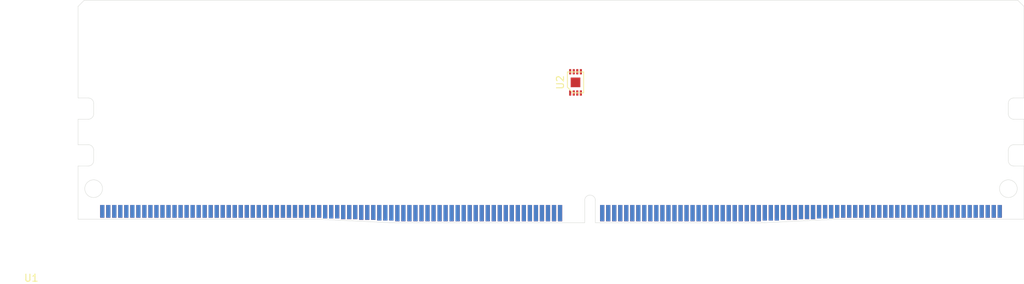
<source format=kicad_pcb>
(kicad_pcb (version 20171130) (host pcbnew "(5.1.4)-1")

  (general
    (thickness 1.5)
    (drawings 40)
    (tracks 0)
    (zones 0)
    (modules 2)
    (nets 11)
  )

  (page A4)
  (layers
    (0 F.Cu signal)
    (31 B.Cu signal)
    (32 B.Adhes user)
    (33 F.Adhes user)
    (34 B.Paste user hide)
    (35 F.Paste user)
    (36 B.SilkS user)
    (37 F.SilkS user)
    (38 B.Mask user)
    (39 F.Mask user)
    (40 Dwgs.User user)
    (41 Cmts.User user)
    (42 Eco1.User user)
    (43 Eco2.User user)
    (44 Edge.Cuts user)
    (45 Margin user)
    (46 B.CrtYd user)
    (47 F.CrtYd user)
    (48 B.Fab user)
    (49 F.Fab user)
  )

  (setup
    (last_trace_width 0.25)
    (trace_clearance 0.2)
    (zone_clearance 0.508)
    (zone_45_only no)
    (trace_min 0.2)
    (via_size 0.8)
    (via_drill 0.4)
    (via_min_size 0.4)
    (via_min_drill 0.3)
    (uvia_size 0.3)
    (uvia_drill 0.1)
    (uvias_allowed no)
    (uvia_min_size 0.2)
    (uvia_min_drill 0.1)
    (edge_width 0.05)
    (segment_width 0.2)
    (pcb_text_width 0.3)
    (pcb_text_size 1.5 1.5)
    (mod_edge_width 0.12)
    (mod_text_size 1 1)
    (mod_text_width 0.15)
    (pad_size 0.6 2.3)
    (pad_drill 0)
    (pad_to_mask_clearance 0.051)
    (solder_mask_min_width 0.25)
    (aux_axis_origin 0 0)
    (visible_elements 7FFFFFFF)
    (pcbplotparams
      (layerselection 0x010fc_ffffffff)
      (usegerberextensions false)
      (usegerberattributes false)
      (usegerberadvancedattributes false)
      (creategerberjobfile false)
      (excludeedgelayer true)
      (linewidth 0.100000)
      (plotframeref false)
      (viasonmask false)
      (mode 1)
      (useauxorigin false)
      (hpglpennumber 1)
      (hpglpenspeed 20)
      (hpglpendiameter 15.000000)
      (psnegative false)
      (psa4output false)
      (plotreference true)
      (plotvalue true)
      (plotinvisibletext false)
      (padsonsilk false)
      (subtractmaskfromsilk false)
      (outputformat 1)
      (mirror false)
      (drillshape 1)
      (scaleselection 1)
      (outputdirectory ""))
  )

  (net 0 "")
  (net 1 A2)
  (net 2 A0)
  (net 3 A1)
  (net 4 VSS)
  (net 5 VDD)
  (net 6 VPP)
  (net 7 VTT)
  (net 8 SDA)
  (net 9 SCL)
  (net 10 EVENT_n)

  (net_class Default "Esta es la clase de red por defecto."
    (clearance 0.2)
    (trace_width 0.25)
    (via_dia 0.8)
    (via_drill 0.4)
    (uvia_dia 0.3)
    (uvia_drill 0.1)
    (add_net A0)
    (add_net A1)
    (add_net A10_AP)
    (add_net A11)
    (add_net A12-BC_n)
    (add_net A13)
    (add_net A2)
    (add_net A3)
    (add_net A4)
    (add_net A5)
    (add_net A6)
    (add_net A7)
    (add_net A8)
    (add_net A9)
    (add_net ACT_n)
    (add_net ALERT_n)
    (add_net BA0)
    (add_net BA1)
    (add_net BG0)
    (add_net BG1)
    (add_net CAS_n-A15)
    (add_net CK0_c)
    (add_net CK0_t)
    (add_net CK1_c)
    (add_net CK1_t)
    (add_net CKE0)
    (add_net CS0_n)
    (add_net EVENT_n)
    (add_net "Net-(R1-Pad~)")
    (add_net "Net-(R10-Pad~)")
    (add_net "Net-(R11-Pad~)")
    (add_net "Net-(R12-Pad~)")
    (add_net "Net-(R13-Pad~)")
    (add_net "Net-(R14-Pad~)")
    (add_net "Net-(R15-Pad~)")
    (add_net "Net-(R16-Pad~)")
    (add_net "Net-(R17-Pad~)")
    (add_net "Net-(R18-Pad~)")
    (add_net "Net-(R19-Pad~)")
    (add_net "Net-(R2-Pad~)")
    (add_net "Net-(R20-Pad~)")
    (add_net "Net-(R21-Pad~)")
    (add_net "Net-(R22-Pad~)")
    (add_net "Net-(R23-Pad~)")
    (add_net "Net-(R24-Pad~)")
    (add_net "Net-(R25-Pad~)")
    (add_net "Net-(R26-Pad~)")
    (add_net "Net-(R27-Pad~)")
    (add_net "Net-(R28-Pad~)")
    (add_net "Net-(R29-Pad~)")
    (add_net "Net-(R3-Pad~)")
    (add_net "Net-(R30-Pad~)")
    (add_net "Net-(R31-Pad~)")
    (add_net "Net-(R32-Pad~)")
    (add_net "Net-(R33-Pad~)")
    (add_net "Net-(R34-Pad~)")
    (add_net "Net-(R35-Pad~)")
    (add_net "Net-(R36-Pad~)")
    (add_net "Net-(R37-Pad~)")
    (add_net "Net-(R38-Pad~)")
    (add_net "Net-(R39-Pad~)")
    (add_net "Net-(R4-Pad~)")
    (add_net "Net-(R40-Pad~)")
    (add_net "Net-(R41-Pad~)")
    (add_net "Net-(R42-Pad~)")
    (add_net "Net-(R43-Pad~)")
    (add_net "Net-(R44-Pad~)")
    (add_net "Net-(R45-Pad~)")
    (add_net "Net-(R46-Pad~)")
    (add_net "Net-(R47-Pad~)")
    (add_net "Net-(R48-Pad~)")
    (add_net "Net-(R49-Pad~)")
    (add_net "Net-(R5-Pad~)")
    (add_net "Net-(R50-Pad~)")
    (add_net "Net-(R51-Pad~)")
    (add_net "Net-(R52-Pad~)")
    (add_net "Net-(R53-Pad~)")
    (add_net "Net-(R54-Pad~)")
    (add_net "Net-(R55-Pad~)")
    (add_net "Net-(R56-Pad~)")
    (add_net "Net-(R57-Pad~)")
    (add_net "Net-(R58-Pad~)")
    (add_net "Net-(R59-Pad~)")
    (add_net "Net-(R6-Pad~)")
    (add_net "Net-(R60-Pad~)")
    (add_net "Net-(R61-Pad~)")
    (add_net "Net-(R62-Pad~)")
    (add_net "Net-(R63-Pad~)")
    (add_net "Net-(R64-Pad~)")
    (add_net "Net-(R65-Pad~)")
    (add_net "Net-(R66-Pad~)")
    (add_net "Net-(R67-Pad~)")
    (add_net "Net-(R68-Pad~)")
    (add_net "Net-(R69-Pad~)")
    (add_net "Net-(R7-Pad~)")
    (add_net "Net-(R70-Pad~)")
    (add_net "Net-(R71-Pad~)")
    (add_net "Net-(R72-Pad~)")
    (add_net "Net-(R73-Pad~)")
    (add_net "Net-(R74-Pad~)")
    (add_net "Net-(R75-Pad~)")
    (add_net "Net-(R76-Pad~)")
    (add_net "Net-(R77-Pad~)")
    (add_net "Net-(R78-Pad~)")
    (add_net "Net-(R79-Pad~)")
    (add_net "Net-(R8-Pad~)")
    (add_net "Net-(R80-Pad~)")
    (add_net "Net-(R81-Pad~)")
    (add_net "Net-(R82-Pad~)")
    (add_net "Net-(R83-Pad~)")
    (add_net "Net-(R84-Pad~)")
    (add_net "Net-(R85-Pad~)")
    (add_net "Net-(R86-Pad~)")
    (add_net "Net-(R87-Pad~)")
    (add_net "Net-(R88-Pad~)")
    (add_net "Net-(R89-Pad~)")
    (add_net "Net-(R9-Pad~)")
    (add_net "Net-(R90-Pad~)")
    (add_net "Net-(R91-Pad~)")
    (add_net "Net-(R92-Pad~)")
    (add_net "Net-(R93-Pad~)")
    (add_net "Net-(R94-Pad~)")
    (add_net "Net-(R95-Pad~)")
    (add_net "Net-(R96-Pad~)")
    (add_net "Net-(R97-Pad~)")
    (add_net "Net-(R98-Pad~)")
    (add_net "Net-(R99-Pad~)")
    (add_net "Net-(U1-Pad1)")
    (add_net "Net-(U1-Pad100)")
    (add_net "Net-(U1-Pad111)")
    (add_net "Net-(U1-Pad122)")
    (add_net "Net-(U1-Pad133)")
    (add_net "Net-(U1-Pad144)")
    (add_net "Net-(U1-Pad145)")
    (add_net "Net-(U1-Pad19)")
    (add_net "Net-(U1-Pad203)")
    (add_net "Net-(U1-Pad205)")
    (add_net "Net-(U1-Pad227)")
    (add_net "Net-(U1-Pad230)")
    (add_net "Net-(U1-Pad234)")
    (add_net "Net-(U1-Pad235)")
    (add_net "Net-(U1-Pad237)")
    (add_net "Net-(U1-Pad30)")
    (add_net "Net-(U1-Pad41)")
    (add_net "Net-(U1-Pad52)")
    (add_net "Net-(U1-Pad8)")
    (add_net "Net-(U1-Pad89)")
    (add_net "Net-(U1-Pad93)")
    (add_net ODT0)
    (add_net ODT1_n,NC)
    (add_net PAR)
    (add_net RAS_n-A16)
    (add_net RESET_n)
    (add_net SA0)
    (add_net SA1)
    (add_net SA2)
    (add_net SCL)
    (add_net SDA)
    (add_net VDD)
    (add_net VPP)
    (add_net VSS)
    (add_net VTT)
    (add_net WE_n-A14)
  )

  (module DDR4_UDIMM:DDR4_UDIMM (layer F.Cu) (tedit 60186BEF) (tstamp 604ECD1C)
    (at 3.415 -0.6)
    (path /6159D00D)
    (fp_text reference U1 (at -10.01792 8.91076) (layer F.SilkS)
      (effects (font (size 1 1) (thickness 0.15)))
    )
    (fp_text value DDR4_Front (at -10.01792 7.91076) (layer F.Fab)
      (effects (font (size 1 1) (thickness 0.15)))
    )
    (pad 165 smd rect (at 17 -0.5 180) (size 0.6 1.8) (layers B.Cu B.Paste B.Mask)
      (net 4 VSS))
    (pad 163 smd rect (at 15.3 -0.5 180) (size 0.6 1.8) (layers B.Cu B.Paste B.Mask))
    (pad 164 smd rect (at 16.15 -0.5 180) (size 0.6 1.8) (layers B.Cu B.Paste B.Mask))
    (pad 162 smd rect (at 14.45 -0.5 180) (size 0.6 1.8) (layers B.Cu B.Paste B.Mask)
      (net 4 VSS))
    (pad 146 smd rect (at 0.85 -0.5 180) (size 0.6 1.8) (layers B.Cu B.Paste B.Mask)
      (net 5 VDD))
    (pad 276 smd rect (at 116.45 -0.5 180) (size 0.6 1.8) (layers B.Cu B.Paste B.Mask)
      (net 4 VSS))
    (pad 244 smd rect (at 89.25 -0.25 180) (size 0.6 2.3) (layers B.Cu B.Paste B.Mask))
    (pad 256 smd rect (at 99.45 -0.4 180) (size 0.6 2) (layers B.Cu B.Paste B.Mask))
    (pad 250 smd rect (at 94.35 -0.3 180) (size 0.6 2.2) (layers B.Cu B.Paste B.Mask)
      (net 4 VSS))
    (pad 245 smd rect (at 90.1 -0.25 180) (size 0.6 2.3) (layers B.Cu B.Paste B.Mask))
    (pad 246 smd rect (at 90.95 -0.25 180) (size 0.6 2.3) (layers B.Cu B.Paste B.Mask)
      (net 4 VSS))
    (pad 269 smd rect (at 110.5 -0.5 180) (size 0.6 1.8) (layers B.Cu B.Paste B.Mask))
    (pad 243 smd rect (at 88.4 -0.25 180) (size 0.6 2.3) (layers B.Cu B.Paste B.Mask)
      (net 4 VSS))
    (pad 258 smd rect (at 101.15 -0.45 180) (size 0.6 1.9) (layers B.Cu B.Paste B.Mask))
    (pad 237 smd rect (at 83.3 -0.25 180) (size 0.6 2.3) (layers B.Cu B.Paste B.Mask))
    (pad 275 smd rect (at 115.6 -0.5 180) (size 0.6 1.8) (layers B.Cu B.Paste B.Mask))
    (pad 238 smd rect (at 84.15 -0.25 180) (size 0.6 2.3) (layers B.Cu B.Paste B.Mask))
    (pad 240 smd rect (at 85.85 -0.25 180) (size 0.6 2.3) (layers B.Cu B.Paste B.Mask))
    (pad 239 smd rect (at 85 -0.25 180) (size 0.6 2.3) (layers B.Cu B.Paste B.Mask)
      (net 4 VSS))
    (pad 280 smd rect (at 119.85 -0.5 180) (size 0.6 1.8) (layers B.Cu B.Paste B.Mask))
    (pad 274 smd rect (at 114.75 -0.5 180) (size 0.6 1.8) (layers B.Cu B.Paste B.Mask)
      (net 4 VSS))
    (pad 264 smd rect (at 106.25 -0.5 180) (size 0.6 1.8) (layers B.Cu B.Paste B.Mask))
    (pad 253 smd rect (at 96.9 -0.35 180) (size 0.6 2.1) (layers B.Cu B.Paste B.Mask))
    (pad 285 smd rect (at 124.1 -0.5 180) (size 0.6 1.8) (layers B.Cu B.Paste B.Mask)
      (net 8 SDA))
    (pad 278 smd rect (at 118.15 -0.5 180) (size 0.6 1.8) (layers B.Cu B.Paste B.Mask))
    (pad 288 smd rect (at 126.65 -0.5 180) (size 0.6 1.8) (layers B.Cu B.Paste B.Mask)
      (net 6 VPP))
    (pad 267 smd rect (at 108.8 -0.5 180) (size 0.6 1.8) (layers B.Cu B.Paste B.Mask))
    (pad 266 smd rect (at 107.95 -0.5 180) (size 0.6 1.8) (layers B.Cu B.Paste B.Mask))
    (pad 252 smd rect (at 96.05 -0.35 180) (size 0.6 2.1) (layers B.Cu B.Paste B.Mask)
      (net 4 VSS))
    (pad 249 smd rect (at 93.5 -0.3 180) (size 0.6 2.2) (layers B.Cu B.Paste B.Mask))
    (pad 247 smd rect (at 91.8 -0.25 180) (size 0.6 2.3) (layers B.Cu B.Paste B.Mask))
    (pad 242 smd rect (at 87.55 -0.25 180) (size 0.6 2.3) (layers B.Cu B.Paste B.Mask))
    (pad 259 smd rect (at 102 -0.45 180) (size 0.6 1.9) (layers B.Cu B.Paste B.Mask)
      (net 4 VSS))
    (pad 272 smd rect (at 113.05 -0.5 180) (size 0.6 1.8) (layers B.Cu B.Paste B.Mask)
      (net 4 VSS))
    (pad 262 smd rect (at 104.55 -0.5 180) (size 0.6 1.8) (layers B.Cu B.Paste B.Mask))
    (pad 241 smd rect (at 86.7 -0.25 180) (size 0.6 2.3) (layers B.Cu B.Paste B.Mask)
      (net 4 VSS))
    (pad 263 smd rect (at 105.4 -0.5 180) (size 0.6 1.8) (layers B.Cu B.Paste B.Mask)
      (net 4 VSS))
    (pad 254 smd rect (at 97.75 -0.35 180) (size 0.6 2.1) (layers B.Cu B.Paste B.Mask)
      (net 4 VSS))
    (pad 287 smd rect (at 125.8 -0.5 180) (size 0.6 1.8) (layers B.Cu B.Paste B.Mask)
      (net 6 VPP))
    (pad 271 smd rect (at 112.2 -0.5 180) (size 0.6 1.8) (layers B.Cu B.Paste B.Mask))
    (pad 261 smd rect (at 103.7 -0.5 180) (size 0.6 1.8) (layers B.Cu B.Paste B.Mask)
      (net 4 VSS))
    (pad 283 smd rect (at 122.4 -0.5 180) (size 0.6 1.8) (layers B.Cu B.Paste B.Mask)
      (net 4 VSS))
    (pad 270 smd rect (at 111.35 -0.5 180) (size 0.6 1.8) (layers B.Cu B.Paste B.Mask)
      (net 4 VSS))
    (pad 281 smd rect (at 120.7 -0.5 180) (size 0.6 1.8) (layers B.Cu B.Paste B.Mask)
      (net 4 VSS))
    (pad 260 smd rect (at 102.85 -0.45 180) (size 0.6 1.9) (layers B.Cu B.Paste B.Mask))
    (pad 279 smd rect (at 119 -0.5 180) (size 0.6 1.8) (layers B.Cu B.Paste B.Mask)
      (net 4 VSS))
    (pad 286 smd rect (at 124.95 -0.5 180) (size 0.6 1.8) (layers B.Cu B.Paste B.Mask)
      (net 6 VPP))
    (pad 282 smd rect (at 121.55 -0.5 180) (size 0.6 1.8) (layers B.Cu B.Paste B.Mask))
    (pad 273 smd rect (at 113.9 -0.5 180) (size 0.6 1.8) (layers B.Cu B.Paste B.Mask))
    (pad 284 smd rect (at 123.25 -0.5 180) (size 0.6 1.8) (layers B.Cu B.Paste B.Mask)
      (net 5 VDD))
    (pad 268 smd rect (at 109.65 -0.5 180) (size 0.6 1.8) (layers B.Cu B.Paste B.Mask)
      (net 4 VSS))
    (pad 265 smd rect (at 107.1 -0.5 180) (size 0.6 1.8) (layers B.Cu B.Paste B.Mask)
      (net 4 VSS))
    (pad 248 smd rect (at 92.65 -0.25 180) (size 0.6 2.3) (layers B.Cu B.Paste B.Mask)
      (net 4 VSS))
    (pad 251 smd rect (at 95.2 -0.3 180) (size 0.6 2.2) (layers B.Cu B.Paste B.Mask))
    (pad 255 smd rect (at 98.6 -0.4 180) (size 0.6 2) (layers B.Cu B.Paste B.Mask))
    (pad 257 smd rect (at 100.3 -0.4 180) (size 0.6 2) (layers B.Cu B.Paste B.Mask)
      (net 4 VSS))
    (pad 277 smd rect (at 117.3 -0.5 180) (size 0.6 1.8) (layers B.Cu B.Paste B.Mask))
    (pad 210 smd rect (at 55.25 -0.25 180) (size 0.6 2.3) (layers B.Cu B.Paste B.Mask))
    (pad 190 smd rect (at 38.25 -0.35 180) (size 0.6 2.1) (layers B.Cu B.Paste B.Mask))
    (pad 222 smd rect (at 70.55 -0.25 180) (size 0.6 2.3) (layers B.Cu B.Paste B.Mask))
    (pad 227 smd rect (at 74.8 -0.25 180) (size 0.6 2.3) (layers B.Cu B.Paste B.Mask))
    (pad 192 smd rect (at 39.95 -0.3 180) (size 0.6 2.2) (layers B.Cu B.Paste B.Mask))
    (pad 206 smd rect (at 51.85 -0.25 180) (size 0.6 2.3) (layers B.Cu B.Paste B.Mask)
      (net 5 VDD))
    (pad 191 smd rect (at 39.1 -0.3 180) (size 0.6 2.2) (layers B.Cu B.Paste B.Mask)
      (net 4 VSS))
    (pad 232 smd rect (at 79.05 -0.25 180) (size 0.6 2.3) (layers B.Cu B.Paste B.Mask))
    (pad 170 smd rect (at 21.25 -0.5 180) (size 0.6 1.8) (layers B.Cu B.Paste B.Mask))
    (pad 230 smd rect (at 77.35 -0.25 180) (size 0.6 2.3) (layers B.Cu B.Paste B.Mask))
    (pad 211 smd rect (at 56.1 -0.25 180) (size 0.6 2.3) (layers B.Cu B.Paste B.Mask))
    (pad 182 smd rect (at 31.45 -0.45 180) (size 0.6 1.9) (layers B.Cu B.Paste B.Mask)
      (net 4 VSS))
    (pad 219 smd rect (at 62.9 -0.25 180) (size 0.6 2.3) (layers B.Cu B.Paste B.Mask))
    (pad 180 smd rect (at 29.75 -0.5 180) (size 0.6 1.8) (layers B.Cu B.Paste B.Mask)
      (net 4 VSS))
    (pad 178 smd rect (at 28.05 -0.5 180) (size 0.6 1.8) (layers B.Cu B.Paste B.Mask)
      (net 4 VSS))
    (pad 177 smd rect (at 27.2 -0.5 180) (size 0.6 1.8) (layers B.Cu B.Paste B.Mask))
    (pad 175 smd rect (at 25.5 -0.5 180) (size 0.6 1.8) (layers B.Cu B.Paste B.Mask))
    (pad 231 smd rect (at 78.2 -0.25 180) (size 0.6 2.3) (layers B.Cu B.Paste B.Mask)
      (net 5 VDD))
    (pad 214 smd rect (at 58.65 -0.25 180) (size 0.6 2.3) (layers B.Cu B.Paste B.Mask))
    (pad 200 smd rect (at 46.75 -0.25 180) (size 0.6 2.3) (layers B.Cu B.Paste B.Mask)
      (net 4 VSS))
    (pad 176 smd rect (at 26.35 -0.5 180) (size 0.6 1.8) (layers B.Cu B.Paste B.Mask)
      (net 4 VSS))
    (pad 179 smd rect (at 28.9 -0.5 180) (size 0.6 1.8) (layers B.Cu B.Paste B.Mask))
    (pad 194 smd rect (at 41.65 -0.25 180) (size 0.6 2.3) (layers B.Cu B.Paste B.Mask))
    (pad 205 smd rect (at 51 -0.25 180) (size 0.6 2.3) (layers B.Cu B.Paste B.Mask))
    (pad 215 smd rect (at 59.5 -0.25 180) (size 0.6 2.3) (layers B.Cu B.Paste B.Mask)
      (net 5 VDD))
    (pad 171 smd rect (at 22.1 -0.5 180) (size 0.6 1.8) (layers B.Cu B.Paste B.Mask)
      (net 4 VSS))
    (pad 234 smd rect (at 80.75 -0.25 180) (size 0.6 2.3) (layers B.Cu B.Paste B.Mask))
    (pad 196 smd rect (at 43.35 -0.25 180) (size 0.6 2.3) (layers B.Cu B.Paste B.Mask))
    (pad 229 smd rect (at 76.5 -0.25 180) (size 0.6 2.3) (layers B.Cu B.Paste B.Mask)
      (net 5 VDD))
    (pad 235 smd rect (at 81.6 -0.25 180) (size 0.6 2.3) (layers B.Cu B.Paste B.Mask))
    (pad 233 smd rect (at 79.9 -0.25 180) (size 0.6 2.3) (layers B.Cu B.Paste B.Mask)
      (net 5 VDD))
    (pad 195 smd rect (at 42.5 -0.25 180) (size 0.6 2.3) (layers B.Cu B.Paste B.Mask)
      (net 4 VSS))
    (pad 202 smd rect (at 48.45 -0.25 180) (size 0.6 2.3) (layers B.Cu B.Paste B.Mask)
      (net 4 VSS))
    (pad 198 smd rect (at 45.05 -0.25 180) (size 0.6 2.3) (layers B.Cu B.Paste B.Mask)
      (net 4 VSS))
    (pad 223 smd rect (at 71.4 -0.25 180) (size 0.6 2.3) (layers B.Cu B.Paste B.Mask)
      (net 5 VDD))
    (pad 209 smd rect (at 54.4 -0.25 180) (size 0.6 2.3) (layers B.Cu B.Paste B.Mask)
      (net 5 VDD))
    (pad 189 smd rect (at 37.4 -0.35 180) (size 0.6 2.1) (layers B.Cu B.Paste B.Mask)
      (net 4 VSS))
    (pad 201 smd rect (at 47.6 -0.25 180) (size 0.6 2.3) (layers B.Cu B.Paste B.Mask))
    (pad 174 smd rect (at 24.65 -0.5 180) (size 0.6 1.8) (layers B.Cu B.Paste B.Mask))
    (pad 172 smd rect (at 22.95 -0.5 180) (size 0.6 1.8) (layers B.Cu B.Paste B.Mask))
    (pad 220 smd rect (at 63.75 -0.25 180) (size 0.6 2.3) (layers B.Cu B.Paste B.Mask)
      (net 5 VDD))
    (pad 181 smd rect (at 30.6 -0.5 180) (size 0.6 1.8) (layers B.Cu B.Paste B.Mask))
    (pad 173 smd rect (at 23.8 -0.5 180) (size 0.6 1.8) (layers B.Cu B.Paste B.Mask)
      (net 4 VSS))
    (pad 183 smd rect (at 32.3 -0.45 180) (size 0.6 1.9) (layers B.Cu B.Paste B.Mask))
    (pad 184 smd rect (at 33.15 -0.45 180) (size 0.6 1.9) (layers B.Cu B.Paste B.Mask)
      (net 4 VSS))
    (pad 217 smd rect (at 61.2 -0.25 180) (size 0.6 2.3) (layers B.Cu B.Paste B.Mask)
      (net 5 VDD))
    (pad 224 smd rect (at 72.25 -0.25 180) (size 0.6 2.3) (layers B.Cu B.Paste B.Mask))
    (pad 193 smd rect (at 40.8 -0.3 180) (size 0.6 2.2) (layers B.Cu B.Paste B.Mask)
      (net 4 VSS))
    (pad 197 smd rect (at 44.2 -0.25 180) (size 0.6 2.3) (layers B.Cu B.Paste B.Mask))
    (pad 208 smd rect (at 53.55 -0.25 180) (size 0.6 2.3) (layers B.Cu B.Paste B.Mask))
    (pad 212 smd rect (at 56.95 -0.25 180) (size 0.6 2.3) (layers B.Cu B.Paste B.Mask)
      (net 5 VDD))
    (pad 226 smd rect (at 73.95 -0.25 180) (size 0.6 2.3) (layers B.Cu B.Paste B.Mask)
      (net 5 VDD))
    (pad 218 smd rect (at 62.05 -0.25 180) (size 0.6 2.3) (layers B.Cu B.Paste B.Mask))
    (pad 204 smd rect (at 50.15 -0.25 180) (size 0.6 2.3) (layers B.Cu B.Paste B.Mask)
      (net 5 VDD))
    (pad 203 smd rect (at 49.3 -0.25 180) (size 0.6 2.3) (layers B.Cu B.Paste B.Mask))
    (pad 216 smd rect (at 60.35 -0.25 180) (size 0.6 2.3) (layers B.Cu B.Paste B.Mask)
      (net 1 A2))
    (pad 228 smd rect (at 75.65 -0.25 180) (size 0.6 2.3) (layers B.Cu B.Paste B.Mask))
    (pad 221 smd rect (at 64.6 -0.25 180) (size 0.6 2.3) (layers B.Cu B.Paste B.Mask)
      (net 7 VTT))
    (pad 225 smd rect (at 73.1 -0.25 180) (size 0.6 2.3) (layers B.Cu B.Paste B.Mask))
    (pad 207 smd rect (at 52.7 -0.25 180) (size 0.6 2.3) (layers B.Cu B.Paste B.Mask))
    (pad 236 smd rect (at 82.45 -0.25 180) (size 0.6 2.3) (layers B.Cu B.Paste B.Mask)
      (net 5 VDD))
    (pad 213 smd rect (at 57.8 -0.25 180) (size 0.6 2.3) (layers B.Cu B.Paste B.Mask))
    (pad 199 smd rect (at 45.9 -0.25 180) (size 0.6 2.3) (layers B.Cu B.Paste B.Mask))
    (pad 186 smd rect (at 34.85 -0.4 180) (size 0.6 2) (layers B.Cu B.Paste B.Mask))
    (pad 158 smd rect (at 11.05 -0.5 180) (size 0.6 1.8) (layers B.Cu B.Paste B.Mask)
      (net 4 VSS))
    (pad 155 smd rect (at 8.5 -0.5 180) (size 0.6 1.8) (layers B.Cu B.Paste B.Mask))
    (pad 151 smd rect (at 5.1 -0.5 180) (size 0.6 1.8) (layers B.Cu B.Paste B.Mask)
      (net 4 VSS))
    (pad 187 smd rect (at 35.7 -0.4 180) (size 0.6 2) (layers B.Cu B.Paste B.Mask)
      (net 4 VSS))
    (pad 168 smd rect (at 19.55 -0.5 180) (size 0.6 1.8) (layers B.Cu B.Paste B.Mask))
    (pad 166 smd rect (at 17.85 -0.5 180) (size 0.6 1.8) (layers B.Cu B.Paste B.Mask))
    (pad 157 smd rect (at 10.2 -0.5 180) (size 0.6 1.8) (layers B.Cu B.Paste B.Mask))
    (pad 153 smd rect (at 6.8 -0.5 180) (size 0.6 1.8) (layers B.Cu B.Paste B.Mask))
    (pad 152 smd rect (at 5.95 -0.5 180) (size 0.6 1.8) (layers B.Cu B.Paste B.Mask))
    (pad 167 smd rect (at 18.7 -0.5 180) (size 0.6 1.8) (layers B.Cu B.Paste B.Mask)
      (net 4 VSS))
    (pad 150 smd rect (at 4.25 -0.5 180) (size 0.6 1.8) (layers B.Cu B.Paste B.Mask))
    (pad 185 smd rect (at 34 -0.4 180) (size 0.6 2) (layers B.Cu B.Paste B.Mask))
    (pad 149 smd rect (at 3.4 -0.5 180) (size 0.6 1.8) (layers B.Cu B.Paste B.Mask)
      (net 4 VSS))
    (pad 154 smd rect (at 7.65 -0.5 180) (size 0.6 1.8) (layers B.Cu B.Paste B.Mask)
      (net 4 VSS))
    (pad 147 smd rect (at 1.7 -0.5 180) (size 0.6 1.8) (layers B.Cu B.Paste B.Mask)
      (net 4 VSS))
    (pad 148 smd rect (at 2.55 -0.5 180) (size 0.6 1.8) (layers B.Cu B.Paste B.Mask))
    (pad 169 smd rect (at 20.4 -0.5 180) (size 0.6 1.8) (layers B.Cu B.Paste B.Mask)
      (net 4 VSS))
    (pad 156 smd rect (at 9.35 -0.5 180) (size 0.6 1.8) (layers B.Cu B.Paste B.Mask)
      (net 4 VSS))
    (pad 160 smd rect (at 12.75 -0.5 180) (size 0.6 1.8) (layers B.Cu B.Paste B.Mask)
      (net 4 VSS))
    (pad 161 smd rect (at 13.6 -0.5 180) (size 0.6 1.8) (layers B.Cu B.Paste B.Mask))
    (pad 188 smd rect (at 36.55 -0.35 180) (size 0.6 2.1) (layers B.Cu B.Paste B.Mask))
    (pad 145 smd rect (at 0 -0.5 180) (size 0.6 1.8) (layers B.Cu B.Paste B.Mask))
    (pad 159 smd rect (at 11.9 -0.5 180) (size 0.6 1.8) (layers B.Cu B.Paste B.Mask))
    (pad 143 smd rect (at 125.8 -0.5) (size 0.6 1.8) (layers F.Cu F.Paste F.Mask)
      (net 6 VPP))
    (pad 124 smd rect (at 109.65 -0.5) (size 0.6 1.8) (layers F.Cu F.Paste F.Mask))
    (pad 126 smd rect (at 111.35 -0.5) (size 0.6 1.8) (layers F.Cu F.Paste F.Mask))
    (pad 127 smd rect (at 112.2 -0.5) (size 0.6 1.8) (layers F.Cu F.Paste F.Mask)
      (net 4 VSS))
    (pad 125 smd rect (at 110.5 -0.5) (size 0.6 1.8) (layers F.Cu F.Paste F.Mask)
      (net 4 VSS))
    (pad 128 smd rect (at 113.05 -0.5) (size 0.6 1.8) (layers F.Cu F.Paste F.Mask))
    (pad 129 smd rect (at 113.9 -0.5) (size 0.6 1.8) (layers F.Cu F.Paste F.Mask)
      (net 4 VSS))
    (pad 141 smd rect (at 124.1 -0.5) (size 0.6 1.8) (layers F.Cu F.Paste F.Mask)
      (net 9 SCL))
    (pad 142 smd rect (at 124.95 -0.5) (size 0.6 1.8) (layers F.Cu F.Paste F.Mask)
      (net 6 VPP))
    (pad 140 smd rect (at 123.25 -0.5) (size 0.6 1.8) (layers F.Cu F.Paste F.Mask))
    (pad 133 smd rect (at 117.3 -0.5) (size 0.6 1.8) (layers F.Cu F.Paste F.Mask))
    (pad 138 smd rect (at 121.55 -0.5) (size 0.6 1.8) (layers F.Cu F.Paste F.Mask)
      (net 4 VSS))
    (pad 135 smd rect (at 119 -0.5) (size 0.6 1.8) (layers F.Cu F.Paste F.Mask))
    (pad 139 smd rect (at 122.4 -0.5) (size 0.6 1.8) (layers F.Cu F.Paste F.Mask))
    (pad 134 smd rect (at 118.15 -0.5) (size 0.6 1.8) (layers F.Cu F.Paste F.Mask)
      (net 4 VSS))
    (pad 137 smd rect (at 120.7 -0.5) (size 0.6 1.8) (layers F.Cu F.Paste F.Mask))
    (pad 136 smd rect (at 119.85 -0.5) (size 0.6 1.8) (layers F.Cu F.Paste F.Mask)
      (net 4 VSS))
    (pad 132 smd rect (at 116.45 -0.5) (size 0.6 1.8) (layers F.Cu F.Paste F.Mask))
    (pad 131 smd rect (at 115.6 -0.5) (size 0.6 1.8) (layers F.Cu F.Paste F.Mask)
      (net 4 VSS))
    (pad 130 smd rect (at 114.75 -0.5) (size 0.6 1.8) (layers F.Cu F.Paste F.Mask))
    (pad 144 smd rect (at 126.65 -0.5) (size 0.6 1.8) (layers F.Cu F.Paste F.Mask))
    (pad 121 smd rect (at 107.1 -0.5) (size 0.6 1.8) (layers F.Cu F.Paste F.Mask))
    (pad 120 smd rect (at 106.25 -0.5) (size 0.6 1.8) (layers F.Cu F.Paste F.Mask)
      (net 4 VSS))
    (pad 122 smd rect (at 107.95 -0.5) (size 0.6 1.8) (layers F.Cu F.Paste F.Mask))
    (pad 123 smd rect (at 108.8 -0.5) (size 0.6 1.8) (layers F.Cu F.Paste F.Mask)
      (net 4 VSS))
    (pad 101 smd rect (at 90.1 -0.25) (size 0.6 2.3) (layers F.Cu F.Paste F.Mask)
      (net 4 VSS))
    (pad 104 smd rect (at 92.65 -0.25) (size 0.6 2.3) (layers F.Cu F.Paste F.Mask))
    (pad 102 smd rect (at 90.95 -0.25) (size 0.6 2.3) (layers F.Cu F.Paste F.Mask))
    (pad 105 smd rect (at 93.5 -0.3) (size 0.6 2.2) (layers F.Cu F.Paste F.Mask)
      (net 4 VSS))
    (pad 106 smd rect (at 94.35 -0.3) (size 0.6 2.2) (layers F.Cu F.Paste F.Mask))
    (pad 117 smd rect (at 103.7 -0.5) (size 0.6 1.8) (layers F.Cu F.Paste F.Mask))
    (pad 118 smd rect (at 104.55 -0.5) (size 0.6 1.8) (layers F.Cu F.Paste F.Mask)
      (net 4 VSS))
    (pad 116 smd rect (at 102.85 -0.45) (size 0.6 1.9) (layers F.Cu F.Paste F.Mask)
      (net 4 VSS))
    (pad 110 smd rect (at 97.75 -0.35) (size 0.6 2.1) (layers F.Cu F.Paste F.Mask))
    (pad 114 smd rect (at 101.15 -0.45) (size 0.6 1.9) (layers F.Cu F.Paste F.Mask)
      (net 4 VSS))
    (pad 112 smd rect (at 99.45 -0.4) (size 0.6 2) (layers F.Cu F.Paste F.Mask)
      (net 4 VSS))
    (pad 115 smd rect (at 102 -0.45) (size 0.6 1.9) (layers F.Cu F.Paste F.Mask))
    (pad 111 smd rect (at 98.6 -0.4) (size 0.6 2) (layers F.Cu F.Paste F.Mask))
    (pad 113 smd rect (at 100.3 -0.4) (size 0.6 2) (layers F.Cu F.Paste F.Mask))
    (pad 103 smd rect (at 91.8 -0.25) (size 0.6 2.3) (layers F.Cu F.Paste F.Mask)
      (net 4 VSS))
    (pad 109 smd rect (at 96.9 -0.35) (size 0.6 2.1) (layers F.Cu F.Paste F.Mask)
      (net 4 VSS))
    (pad 108 smd rect (at 96.05 -0.35) (size 0.6 2.1) (layers F.Cu F.Paste F.Mask))
    (pad 107 smd rect (at 95.2 -0.3) (size 0.6 2.2) (layers F.Cu F.Paste F.Mask)
      (net 4 VSS))
    (pad 119 smd rect (at 105.4 -0.5) (size 0.6 1.8) (layers F.Cu F.Paste F.Mask))
    (pad 98 smd rect (at 87.55 -0.25) (size 0.6 2.3) (layers F.Cu F.Paste F.Mask)
      (net 4 VSS))
    (pad 97 smd rect (at 86.7 -0.25) (size 0.6 2.3) (layers F.Cu F.Paste F.Mask))
    (pad 99 smd rect (at 88.4 -0.25) (size 0.6 2.3) (layers F.Cu F.Paste F.Mask))
    (pad 100 smd rect (at 89.25 -0.25) (size 0.6 2.3) (layers F.Cu F.Paste F.Mask))
    (pad 77 smd rect (at 64.6 -0.25) (size 0.6 2.3) (layers F.Cu F.Paste F.Mask)
      (net 7 VTT))
    (pad 79 smd rect (at 71.4 -0.25) (size 0.6 2.3) (layers F.Cu F.Paste F.Mask)
      (net 2 A0))
    (pad 80 smd rect (at 72.25 -0.25) (size 0.6 2.3) (layers F.Cu F.Paste F.Mask)
      (net 5 VDD))
    (pad 78 smd rect (at 70.55 -0.25) (size 0.6 2.3) (layers F.Cu F.Paste F.Mask)
      (net 10 EVENT_n))
    (pad 81 smd rect (at 73.1 -0.25) (size 0.6 2.3) (layers F.Cu F.Paste F.Mask))
    (pad 82 smd rect (at 73.95 -0.25) (size 0.6 2.3) (layers F.Cu F.Paste F.Mask))
    (pad 94 smd rect (at 84.15 -0.25) (size 0.6 2.3) (layers F.Cu F.Paste F.Mask)
      (net 4 VSS))
    (pad 95 smd rect (at 85 -0.25) (size 0.6 2.3) (layers F.Cu F.Paste F.Mask))
    (pad 93 smd rect (at 83.3 -0.25) (size 0.6 2.3) (layers F.Cu F.Paste F.Mask))
    (pad 86 smd rect (at 77.35 -0.25) (size 0.6 2.3) (layers F.Cu F.Paste F.Mask))
    (pad 91 smd rect (at 81.6 -0.25) (size 0.6 2.3) (layers F.Cu F.Paste F.Mask))
    (pad 88 smd rect (at 79.05 -0.25) (size 0.6 2.3) (layers F.Cu F.Paste F.Mask)
      (net 5 VDD))
    (pad 92 smd rect (at 82.45 -0.25) (size 0.6 2.3) (layers F.Cu F.Paste F.Mask)
      (net 5 VDD))
    (pad 87 smd rect (at 78.2 -0.25) (size 0.6 2.3) (layers F.Cu F.Paste F.Mask))
    (pad 90 smd rect (at 80.75 -0.25) (size 0.6 2.3) (layers F.Cu F.Paste F.Mask)
      (net 5 VDD))
    (pad 89 smd rect (at 79.9 -0.25) (size 0.6 2.3) (layers F.Cu F.Paste F.Mask))
    (pad 85 smd rect (at 76.5 -0.25) (size 0.6 2.3) (layers F.Cu F.Paste F.Mask)
      (net 5 VDD))
    (pad 84 smd rect (at 75.65 -0.25) (size 0.6 2.3) (layers F.Cu F.Paste F.Mask))
    (pad 83 smd rect (at 74.8 -0.25) (size 0.6 2.3) (layers F.Cu F.Paste F.Mask)
      (net 5 VDD))
    (pad 96 smd rect (at 85.85 -0.25) (size 0.6 2.3) (layers F.Cu F.Paste F.Mask)
      (net 4 VSS))
    (pad 74 smd rect (at 62.05 -0.25) (size 0.6 2.3) (layers F.Cu F.Paste F.Mask))
    (pad 73 smd rect (at 61.2 -0.25) (size 0.6 2.3) (layers F.Cu F.Paste F.Mask)
      (net 5 VDD))
    (pad 75 smd rect (at 62.9 -0.25) (size 0.6 2.3) (layers F.Cu F.Paste F.Mask))
    (pad 76 smd rect (at 63.75 -0.25) (size 0.6 2.3) (layers F.Cu F.Paste F.Mask)
      (net 5 VDD))
    (pad 53 smd rect (at 44.2 -0.25) (size 0.6 2.3) (layers F.Cu F.Paste F.Mask)
      (net 4 VSS))
    (pad 55 smd rect (at 45.9 -0.25) (size 0.6 2.3) (layers F.Cu F.Paste F.Mask)
      (net 4 VSS))
    (pad 56 smd rect (at 46.75 -0.25) (size 0.6 2.3) (layers F.Cu F.Paste F.Mask))
    (pad 54 smd rect (at 45.05 -0.25) (size 0.6 2.3) (layers F.Cu F.Paste F.Mask))
    (pad 57 smd rect (at 47.6 -0.25) (size 0.6 2.3) (layers F.Cu F.Paste F.Mask)
      (net 4 VSS))
    (pad 58 smd rect (at 48.45 -0.25) (size 0.6 2.3) (layers F.Cu F.Paste F.Mask))
    (pad 70 smd rect (at 58.65 -0.25) (size 0.6 2.3) (layers F.Cu F.Paste F.Mask)
      (net 5 VDD))
    (pad 71 smd rect (at 59.5 -0.25) (size 0.6 2.3) (layers F.Cu F.Paste F.Mask))
    (pad 69 smd rect (at 57.8 -0.25) (size 0.6 2.3) (layers F.Cu F.Paste F.Mask))
    (pad 62 smd rect (at 51.85 -0.25) (size 0.6 2.3) (layers F.Cu F.Paste F.Mask))
    (pad 67 smd rect (at 56.1 -0.25) (size 0.6 2.3) (layers F.Cu F.Paste F.Mask)
      (net 5 VDD))
    (pad 64 smd rect (at 53.55 -0.25) (size 0.6 2.3) (layers F.Cu F.Paste F.Mask)
      (net 5 VDD))
    (pad 68 smd rect (at 56.95 -0.25) (size 0.6 2.3) (layers F.Cu F.Paste F.Mask))
    (pad 63 smd rect (at 52.7 -0.25) (size 0.6 2.3) (layers F.Cu F.Paste F.Mask))
    (pad 66 smd rect (at 55.25 -0.25) (size 0.6 2.3) (layers F.Cu F.Paste F.Mask))
    (pad 65 smd rect (at 54.4 -0.25) (size 0.6 2.3) (layers F.Cu F.Paste F.Mask))
    (pad 61 smd rect (at 51 -0.25) (size 0.6 2.3) (layers F.Cu F.Paste F.Mask)
      (net 5 VDD))
    (pad 60 smd rect (at 50.15 -0.25) (size 0.6 2.3) (layers F.Cu F.Paste F.Mask))
    (pad 59 smd rect (at 49.3 -0.25) (size 0.6 2.3) (layers F.Cu F.Paste F.Mask)
      (net 5 VDD))
    (pad 72 smd rect (at 60.35 -0.25) (size 0.6 2.3) (layers F.Cu F.Paste F.Mask)
      (net 3 A1))
    (pad 50 smd rect (at 41.65 -0.25) (size 0.6 2.3) (layers F.Cu F.Paste F.Mask)
      (net 4 VSS))
    (pad 49 smd rect (at 40.8 -0.3) (size 0.6 2.2) (layers F.Cu F.Paste F.Mask))
    (pad 51 smd rect (at 42.5 -0.25) (size 0.6 2.3) (layers F.Cu F.Paste F.Mask))
    (pad 52 smd rect (at 43.35 -0.25) (size 0.6 2.3) (layers F.Cu F.Paste F.Mask))
    (pad 29 smd rect (at 23.8 -0.5) (size 0.6 1.8) (layers F.Cu F.Paste F.Mask))
    (pad 31 smd rect (at 25.5 -0.5) (size 0.6 1.8) (layers F.Cu F.Paste F.Mask)
      (net 4 VSS))
    (pad 32 smd rect (at 26.35 -0.5) (size 0.6 1.8) (layers F.Cu F.Paste F.Mask))
    (pad 30 smd rect (at 24.65 -0.5) (size 0.6 1.8) (layers F.Cu F.Paste F.Mask))
    (pad 33 smd rect (at 27.2 -0.5) (size 0.6 1.8) (layers F.Cu F.Paste F.Mask)
      (net 4 VSS))
    (pad 34 smd rect (at 28.05 -0.5) (size 0.6 1.8) (layers F.Cu F.Paste F.Mask))
    (pad 46 smd rect (at 38.25 -0.35) (size 0.6 2.1) (layers F.Cu F.Paste F.Mask)
      (net 4 VSS))
    (pad 47 smd rect (at 39.1 -0.3) (size 0.6 2.2) (layers F.Cu F.Paste F.Mask))
    (pad 45 smd rect (at 37.4 -0.35) (size 0.6 2.1) (layers F.Cu F.Paste F.Mask))
    (pad 38 smd rect (at 31.45 -0.45) (size 0.6 1.9) (layers F.Cu F.Paste F.Mask))
    (pad 43 smd rect (at 35.7 -0.4) (size 0.6 2) (layers F.Cu F.Paste F.Mask))
    (pad 40 smd rect (at 33.15 -0.45) (size 0.6 1.9) (layers F.Cu F.Paste F.Mask))
    (pad 44 smd rect (at 36.55 -0.35) (size 0.6 2.1) (layers F.Cu F.Paste F.Mask)
      (net 4 VSS))
    (pad 39 smd rect (at 32.3 -0.45) (size 0.6 1.9) (layers F.Cu F.Paste F.Mask)
      (net 4 VSS))
    (pad 42 smd rect (at 34.85 -0.4) (size 0.6 2) (layers F.Cu F.Paste F.Mask)
      (net 4 VSS))
    (pad 41 smd rect (at 34 -0.4) (size 0.6 2) (layers F.Cu F.Paste F.Mask))
    (pad 37 smd rect (at 30.6 -0.5) (size 0.6 1.8) (layers F.Cu F.Paste F.Mask)
      (net 4 VSS))
    (pad 36 smd rect (at 29.75 -0.5) (size 0.6 1.8) (layers F.Cu F.Paste F.Mask))
    (pad 35 smd rect (at 28.9 -0.5) (size 0.6 1.8) (layers F.Cu F.Paste F.Mask)
      (net 4 VSS))
    (pad 48 smd rect (at 39.95 -0.3) (size 0.6 2.2) (layers F.Cu F.Paste F.Mask)
      (net 4 VSS))
    (pad 26 smd rect (at 21.25 -0.5) (size 0.6 1.8) (layers F.Cu F.Paste F.Mask)
      (net 4 VSS))
    (pad 25 smd rect (at 20.4 -0.5) (size 0.6 1.8) (layers F.Cu F.Paste F.Mask))
    (pad 27 smd rect (at 22.1 -0.5) (size 0.6 1.8) (layers F.Cu F.Paste F.Mask))
    (pad 28 smd rect (at 22.95 -0.5) (size 0.6 1.8) (layers F.Cu F.Paste F.Mask)
      (net 4 VSS))
    (pad 24 smd rect (at 19.55 -0.5) (size 0.6 1.8) (layers F.Cu F.Paste F.Mask)
      (net 4 VSS))
    (pad 23 smd rect (at 18.7 -0.5) (size 0.6 1.8) (layers F.Cu F.Paste F.Mask))
    (pad 22 smd rect (at 17.85 -0.5) (size 0.6 1.8) (layers F.Cu F.Paste F.Mask)
      (net 4 VSS))
    (pad 21 smd rect (at 17 -0.5) (size 0.6 1.8) (layers F.Cu F.Paste F.Mask))
    (pad 20 smd rect (at 16.15 -0.5) (size 0.6 1.8) (layers F.Cu F.Paste F.Mask)
      (net 4 VSS))
    (pad 19 smd rect (at 15.3 -0.5) (size 0.6 1.8) (layers F.Cu F.Paste F.Mask))
    (pad 18 smd rect (at 14.45 -0.5) (size 0.6 1.8) (layers F.Cu F.Paste F.Mask))
    (pad 17 smd rect (at 13.6 -0.5) (size 0.6 1.8) (layers F.Cu F.Paste F.Mask)
      (net 4 VSS))
    (pad 16 smd rect (at 12.75 -0.5) (size 0.6 1.8) (layers F.Cu F.Paste F.Mask))
    (pad 15 smd rect (at 11.9 -0.5) (size 0.6 1.8) (layers F.Cu F.Paste F.Mask)
      (net 4 VSS))
    (pad 14 smd rect (at 11.05 -0.5) (size 0.6 1.8) (layers F.Cu F.Paste F.Mask))
    (pad 13 smd rect (at 10.2 -0.5) (size 0.6 1.8) (layers F.Cu F.Paste F.Mask)
      (net 4 VSS))
    (pad 12 smd rect (at 9.35 -0.5) (size 0.6 1.8) (layers F.Cu F.Paste F.Mask))
    (pad 11 smd rect (at 8.5 -0.5) (size 0.6 1.8) (layers F.Cu F.Paste F.Mask)
      (net 4 VSS))
    (pad 10 smd rect (at 7.65 -0.5) (size 0.6 1.8) (layers F.Cu F.Paste F.Mask))
    (pad 9 smd rect (at 6.8 -0.5) (size 0.6 1.8) (layers F.Cu F.Paste F.Mask)
      (net 4 VSS))
    (pad 8 smd rect (at 5.95 -0.5) (size 0.6 1.8) (layers F.Cu F.Paste F.Mask))
    (pad 7 smd rect (at 5.1 -0.5) (size 0.6 1.8) (layers F.Cu F.Paste F.Mask))
    (pad 6 smd rect (at 4.25 -0.5) (size 0.6 1.8) (layers F.Cu F.Paste F.Mask)
      (net 4 VSS))
    (pad 5 smd rect (at 3.4 -0.5) (size 0.6 1.8) (layers F.Cu F.Paste F.Mask))
    (pad 4 smd rect (at 2.55 -0.5) (size 0.6 1.8) (layers F.Cu F.Paste F.Mask)
      (net 4 VSS))
    (pad 3 smd rect (at 1.7 -0.5) (size 0.6 1.8) (layers F.Cu F.Paste F.Mask))
    (pad 2 smd rect (at 0.85 -0.5) (size 0.6 1.8) (layers F.Cu F.Paste F.Mask)
      (net 4 VSS))
    (pad 1 smd rect (at 0 -0.5) (size 0.6 1.8) (layers F.Cu F.Paste F.Mask))
  )

  (module DDR4_UDIMM:SOIC-8 (layer F.Cu) (tedit 6019C3DE) (tstamp 604ECA80)
    (at 70.2 -19.3)
    (path /61295A39)
    (attr smd)
    (fp_text reference U2 (at -2.15 0 90) (layer F.SilkS)
      (effects (font (size 1 1) (thickness 0.15)))
    )
    (fp_text value MCP9843 (at 0 0) (layer F.Fab)
      (effects (font (size 1 1) (thickness 0.15)))
    )
    (fp_line (start -1.15 2.13) (end -1.15 -2.13) (layer F.CrtYd) (width 0.05))
    (fp_line (start 1.15 2.13) (end -1.15 2.13) (layer F.CrtYd) (width 0.05))
    (fp_line (start 1.15 -2.13) (end 1.15 2.13) (layer F.CrtYd) (width 0.05))
    (fp_line (start -1.15 -2.13) (end 1.15 -2.13) (layer F.CrtYd) (width 0.05))
    (fp_line (start 1.15 1.475) (end -0.35 1.475) (layer F.SilkS) (width 0.12))
    (fp_line (start 1.15 -1.475) (end 1.15 1.475) (layer F.SilkS) (width 0.12))
    (fp_line (start -1.15 -1.475) (end 1.15 -1.475) (layer F.SilkS) (width 0.12))
    (fp_line (start -1.15 0.675) (end -1.15 -1.475) (layer F.SilkS) (width 0.12))
    (fp_line (start -0.35 1.475) (end -1.15 0.675) (layer F.SilkS) (width 0.12))
    (pad 9 smd rect (at 0 0) (size 1.36 1.36) (layers F.Cu F.Paste F.Mask)
      (net 4 VSS))
    (pad 4 smd rect (at 0.75 1.5) (size 0.3 0.75) (layers F.Cu F.Paste F.Mask))
    (pad 5 smd rect (at 0.75 -1.5) (size 0.3 0.75) (layers F.Cu F.Paste F.Mask)
      (net 8 SDA))
    (pad 3 smd rect (at 0.25 1.5) (size 0.3 0.75) (layers F.Cu F.Paste F.Mask)
      (net 1 A2))
    (pad 6 smd rect (at 0.25 -1.5) (size 0.3 0.75) (layers F.Cu F.Paste F.Mask)
      (net 9 SCL))
    (pad 2 smd rect (at -0.25 1.5) (size 0.3 0.75) (layers F.Cu F.Paste F.Mask)
      (net 3 A1))
    (pad 7 smd rect (at -0.25 -1.5) (size 0.3 0.75) (layers F.Cu F.Paste F.Mask)
      (net 10 EVENT_n))
    (pad 1 smd rect (at -0.75 1.5) (size 0.3 0.75) (layers F.Cu F.Paste F.Mask)
      (net 2 A0))
    (pad 8 smd rect (at -0.75 -1.5) (size 0.3 0.75) (layers F.Cu F.Paste F.Mask))
  )

  (gr_arc (start 72.25 -2.65) (end 73 -2.65) (angle -180) (layer Edge.Cuts) (width 0.05) (tstamp 6016F52C))
  (gr_arc (start 1.45 -16.35) (end 2.2 -16.35) (angle -90) (layer Edge.Cuts) (width 0.05) (tstamp 6016F532))
  (gr_arc (start 1.45 -14.85) (end 1.45 -14.1) (angle -90) (layer Edge.Cuts) (width 0.05) (tstamp 6016F52F))
  (gr_arc (start 1.45 -9.75) (end 2.2 -9.75) (angle -90) (layer Edge.Cuts) (width 0.05) (tstamp 6016F53B))
  (gr_arc (start 1.45 -8.25) (end 1.45 -7.5) (angle -90) (layer Edge.Cuts) (width 0.05) (tstamp 6016F53E))
  (gr_arc (start 132.03 -8.25) (end 131.28 -8.25) (angle -90) (layer Edge.Cuts) (width 0.05) (tstamp 6016F529))
  (gr_arc (start 132.03 -9.75) (end 132.03 -10.5) (angle -90) (layer Edge.Cuts) (width 0.05) (tstamp 6016F535))
  (gr_arc (start 132.03 -14.85) (end 131.28 -14.85) (angle -90) (layer Edge.Cuts) (width 0.05) (tstamp 6016F538))
  (gr_arc (start 132.03 -16.35) (end 132.03 -17.1) (angle -90) (layer Edge.Cuts) (width 0.05) (tstamp 6016F50E))
  (gr_circle (center 131.28 -4.3) (end 132.53 -4.3) (layer Edge.Cuts) (width 0.05) (tstamp 6016F511))
  (gr_circle (center 2.2 -4.3) (end 3.45 -4.3) (layer Edge.Cuts) (width 0.05) (tstamp 6016F514))
  (gr_line (start 33.815 0) (end 0 0) (layer Edge.Cuts) (width 0.05) (tstamp 6016F517))
  (gr_line (start 44.015 0.5) (end 33.815 0) (layer Edge.Cuts) (width 0.05) (tstamp 6016F51A))
  (gr_line (start 132.03 -14.1) (end 133.48 -14.1) (layer Edge.Cuts) (width 0.05) (tstamp 6016F51D))
  (gr_line (start 131.28 -16.35) (end 131.28 -14.85) (layer Edge.Cuts) (width 0.05) (tstamp 6016F520))
  (gr_line (start 133.48 -10.5) (end 132.03 -10.5) (layer Edge.Cuts) (width 0.05) (tstamp 6016F526))
  (gr_line (start 133.48 -14.1) (end 133.48 -10.5) (layer Edge.Cuts) (width 0.05) (tstamp 6016F523))
  (gr_line (start 131.28 -9.75) (end 131.28 -8.25) (layer Edge.Cuts) (width 0.05) (tstamp 6016F4F3))
  (gr_line (start 133.48 -7.5) (end 133.48 0) (layer Edge.Cuts) (width 0.05) (tstamp 6016F4F9))
  (gr_line (start 133.48 0) (end 107.115 0) (layer Edge.Cuts) (width 0.05) (tstamp 6016F508))
  (gr_line (start 107.115 0) (end 96.915 0.5) (layer Edge.Cuts) (width 0.05) (tstamp 6016F4FC))
  (gr_line (start 71.5 -2.65) (end 71.5 0.5) (layer Edge.Cuts) (width 0.05) (tstamp 6016F4FF))
  (gr_line (start 73 0.5) (end 73 -2.65) (layer Edge.Cuts) (width 0.05) (tstamp 6016F50B))
  (gr_line (start 96.915 0.5) (end 73 0.5) (layer Edge.Cuts) (width 0.05) (tstamp 6016F4F6))
  (gr_line (start 71.5 0.5) (end 44.015 0.5) (layer Edge.Cuts) (width 0.05) (tstamp 6016F502))
  (gr_line (start 132.03 -7.5) (end 133.48 -7.5) (layer Edge.Cuts) (width 0.05) (tstamp 6016F505))
  (gr_line (start 2.2 -8.25) (end 2.2 -9.75) (layer Edge.Cuts) (width 0.05) (tstamp 6016F553))
  (gr_line (start 133.48 -30.016) (end 133.48 -17.1) (layer Edge.Cuts) (width 0.05) (tstamp 6016F544))
  (gr_line (start 132.596 -30.9) (end 133.48 -30.016) (layer Edge.Cuts) (width 0.05) (tstamp 6016F559))
  (gr_line (start 0 -17.1) (end 0 -30.016) (layer Edge.Cuts) (width 0.05) (tstamp 6016F547))
  (gr_line (start 1.45 -17.1) (end 0 -17.1) (layer Edge.Cuts) (width 0.05) (tstamp 6016F55C))
  (gr_line (start 2.2 -14.85) (end 2.2 -16.35) (layer Edge.Cuts) (width 0.05) (tstamp 6016F562))
  (gr_line (start 0 -30.016) (end 0.8838 -30.9) (layer Edge.Cuts) (width 0.05) (tstamp 6016F54A))
  (gr_line (start 0.8838 -30.9) (end 132.596 -30.9) (layer Edge.Cuts) (width 0.05) (tstamp 6016F568))
  (gr_line (start 133.48 -17.1) (end 132.03 -17.1) (layer Edge.Cuts) (width 0.05) (tstamp 6016F556))
  (gr_line (start 0 -14.1) (end 1.45 -14.1) (layer Edge.Cuts) (width 0.05) (tstamp 6016F54D))
  (gr_line (start 0 -10.5) (end 0 -14.1) (layer Edge.Cuts) (width 0.05) (tstamp 6016F55F))
  (gr_line (start 1.45 -10.5) (end 0 -10.5) (layer Edge.Cuts) (width 0.05) (tstamp 6016F550))
  (gr_line (start 0 -7.5) (end 1.45 -7.5) (layer Edge.Cuts) (width 0.05) (tstamp 6016F541))
  (gr_line (start 0 0) (end 0 -7.5) (layer Edge.Cuts) (width 0.05) (tstamp 6016F565))

)

</source>
